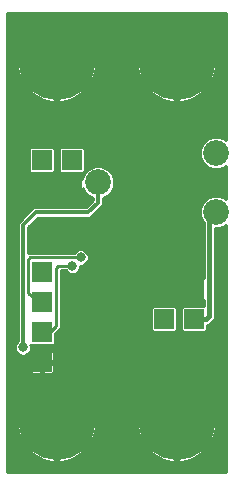
<source format=gbr>
G75*
G70*
%OFA0B0*%
%FSLAX24Y24*%
%IPPOS*%
%LPD*%
%AMOC8*
5,1,8,0,0,1.08239X$1,22.5*
%
%ADD10R,0.0650X0.0650*%
%ADD11C,0.2540*%
%ADD12C,0.0860*%
%ADD13C,0.0100*%
%ADD14C,0.0317*%
%ADD15C,0.0160*%
%ADD16C,0.0120*%
D10*
X001575Y008013D03*
X001575Y009013D03*
X001575Y010013D03*
X001575Y011013D03*
X001550Y013763D03*
X001550Y014763D03*
X001550Y015763D03*
X002550Y015763D03*
X002550Y014763D03*
X002550Y013763D03*
X005625Y010463D03*
X005625Y009463D03*
X005625Y008463D03*
X006625Y008463D03*
X006625Y009463D03*
X006625Y010463D03*
D11*
X006050Y006013D03*
X002050Y006013D03*
X002050Y018013D03*
X006050Y018013D03*
D12*
X007369Y014997D03*
X007369Y013029D03*
X003431Y014013D03*
D13*
X000400Y019663D02*
X000400Y004363D01*
X007700Y004363D01*
X007700Y012597D01*
X007674Y012571D01*
X007476Y012489D01*
X007327Y012489D01*
X007327Y009485D01*
X007215Y009374D01*
X007114Y009273D01*
X007060Y009273D01*
X007060Y009092D01*
X006996Y009028D01*
X006254Y009028D01*
X006190Y009092D01*
X006190Y009834D01*
X006254Y009898D01*
X006947Y009898D01*
X006947Y010088D01*
X006663Y010088D01*
X006663Y010425D01*
X006587Y010425D01*
X006587Y010088D01*
X006290Y010088D01*
X006272Y010096D01*
X006258Y010110D01*
X006250Y010128D01*
X006250Y010425D01*
X006587Y010425D01*
X006587Y010500D01*
X006250Y010500D01*
X006250Y010798D01*
X006258Y010816D01*
X006272Y010830D01*
X006290Y010838D01*
X006587Y010838D01*
X006587Y010500D01*
X006663Y010500D01*
X006663Y010838D01*
X006947Y010838D01*
X006947Y012687D01*
X006911Y012723D01*
X006829Y012921D01*
X006829Y013136D01*
X006911Y013335D01*
X007063Y013487D01*
X007261Y013569D01*
X007476Y013569D01*
X007674Y013487D01*
X007700Y013461D01*
X007700Y014565D01*
X007674Y014539D01*
X007476Y014457D01*
X007261Y014457D01*
X007063Y014539D01*
X006911Y014691D01*
X006829Y014890D01*
X006829Y015105D01*
X006911Y015303D01*
X007063Y015455D01*
X007261Y015537D01*
X007476Y015537D01*
X007674Y015455D01*
X007700Y015429D01*
X007700Y019663D01*
X000400Y019663D01*
X000400Y019576D02*
X007700Y019576D01*
X007700Y019478D02*
X000400Y019478D01*
X000400Y019379D02*
X007700Y019379D01*
X007700Y019281D02*
X006419Y019281D01*
X006371Y019295D02*
X006244Y019320D01*
X006115Y019333D01*
X006100Y019333D01*
X006100Y018063D01*
X006000Y018063D01*
X006000Y019333D01*
X005985Y019333D01*
X005856Y019320D01*
X005729Y019295D01*
X005605Y019257D01*
X005485Y019208D01*
X005371Y019147D01*
X005263Y019075D01*
X005162Y018992D01*
X005071Y018901D01*
X004988Y018800D01*
X004916Y018692D01*
X004855Y018578D01*
X004806Y018458D01*
X004768Y018334D01*
X004743Y018207D01*
X004730Y018078D01*
X004730Y018063D01*
X006000Y018063D01*
X006000Y017963D01*
X004730Y017963D01*
X004730Y017948D01*
X004743Y017819D01*
X004768Y017692D01*
X004806Y017568D01*
X004855Y017448D01*
X004916Y017334D01*
X004988Y017226D01*
X005071Y017125D01*
X005162Y017034D01*
X005263Y016951D01*
X005371Y016879D01*
X005485Y016818D01*
X005605Y016769D01*
X005729Y016731D01*
X005856Y016706D01*
X005985Y016693D01*
X006000Y016693D01*
X006000Y017963D01*
X006100Y017963D01*
X006100Y018063D01*
X007370Y018063D01*
X007370Y018078D01*
X007357Y018207D01*
X007332Y018334D01*
X007294Y018458D01*
X007245Y018578D01*
X007184Y018692D01*
X007112Y018800D01*
X007029Y018901D01*
X006938Y018992D01*
X006837Y019075D01*
X006729Y019147D01*
X006615Y019208D01*
X006495Y019257D01*
X006371Y019295D01*
X006100Y019281D02*
X006000Y019281D01*
X006000Y019182D02*
X006100Y019182D01*
X006100Y019084D02*
X006000Y019084D01*
X006000Y018985D02*
X006100Y018985D01*
X006100Y018887D02*
X006000Y018887D01*
X006000Y018788D02*
X006100Y018788D01*
X006100Y018690D02*
X006000Y018690D01*
X006000Y018591D02*
X006100Y018591D01*
X006100Y018493D02*
X006000Y018493D01*
X006000Y018394D02*
X006100Y018394D01*
X006100Y018296D02*
X006000Y018296D01*
X006000Y018197D02*
X006100Y018197D01*
X006100Y018099D02*
X006000Y018099D01*
X006000Y018000D02*
X002100Y018000D01*
X002100Y017963D02*
X002100Y018063D01*
X002000Y018063D01*
X002000Y019333D01*
X001985Y019333D01*
X001856Y019320D01*
X001729Y019295D01*
X001605Y019257D01*
X001485Y019208D01*
X001371Y019147D01*
X001263Y019075D01*
X001162Y018992D01*
X001071Y018901D01*
X000988Y018800D01*
X000916Y018692D01*
X000855Y018578D01*
X000806Y018458D01*
X000768Y018334D01*
X000743Y018207D01*
X000730Y018078D01*
X000730Y018063D01*
X002000Y018063D01*
X002000Y017963D01*
X000730Y017963D01*
X000730Y017948D01*
X000743Y017819D01*
X000768Y017692D01*
X000806Y017568D01*
X000855Y017448D01*
X000916Y017334D01*
X000988Y017226D01*
X001071Y017125D01*
X001162Y017034D01*
X001263Y016951D01*
X001371Y016879D01*
X001485Y016818D01*
X001605Y016769D01*
X001729Y016731D01*
X001856Y016706D01*
X001985Y016693D01*
X002000Y016693D01*
X002000Y017963D01*
X002100Y017963D01*
X003370Y017963D01*
X003370Y017948D01*
X003357Y017819D01*
X003332Y017692D01*
X003294Y017568D01*
X003245Y017448D01*
X003184Y017334D01*
X003112Y017226D01*
X003029Y017125D01*
X002938Y017034D01*
X002837Y016951D01*
X002729Y016879D01*
X002615Y016818D01*
X002495Y016769D01*
X002371Y016731D01*
X002244Y016706D01*
X002115Y016693D01*
X002100Y016693D01*
X002100Y017963D01*
X002100Y017902D02*
X002000Y017902D01*
X002000Y018000D02*
X000400Y018000D01*
X000400Y017902D02*
X000735Y017902D01*
X000746Y017803D02*
X000400Y017803D01*
X000400Y017705D02*
X000765Y017705D01*
X000794Y017606D02*
X000400Y017606D01*
X000400Y017508D02*
X000831Y017508D01*
X000876Y017409D02*
X000400Y017409D01*
X000400Y017311D02*
X000932Y017311D01*
X001000Y017212D02*
X000400Y017212D01*
X000400Y017114D02*
X001083Y017114D01*
X001185Y017015D02*
X000400Y017015D01*
X000400Y016917D02*
X001315Y016917D01*
X001486Y016818D02*
X000400Y016818D01*
X000400Y016720D02*
X001787Y016720D01*
X002000Y016720D02*
X002100Y016720D01*
X002100Y016818D02*
X002000Y016818D01*
X002000Y016917D02*
X002100Y016917D01*
X002100Y017015D02*
X002000Y017015D01*
X002000Y017114D02*
X002100Y017114D01*
X002100Y017212D02*
X002000Y017212D01*
X002000Y017311D02*
X002100Y017311D01*
X002100Y017409D02*
X002000Y017409D01*
X002000Y017508D02*
X002100Y017508D01*
X002100Y017606D02*
X002000Y017606D01*
X002000Y017705D02*
X002100Y017705D01*
X002100Y017803D02*
X002000Y017803D01*
X002100Y018063D02*
X003370Y018063D01*
X003370Y018078D01*
X003357Y018207D01*
X003332Y018334D01*
X003294Y018458D01*
X003245Y018578D01*
X003184Y018692D01*
X003112Y018800D01*
X003029Y018901D01*
X002938Y018992D01*
X002837Y019075D01*
X002729Y019147D01*
X002615Y019208D01*
X002495Y019257D01*
X002371Y019295D01*
X002244Y019320D01*
X002115Y019333D01*
X002100Y019333D01*
X002100Y018063D01*
X002100Y018099D02*
X002000Y018099D01*
X002000Y018197D02*
X002100Y018197D01*
X002100Y018296D02*
X002000Y018296D01*
X002000Y018394D02*
X002100Y018394D01*
X002100Y018493D02*
X002000Y018493D01*
X002000Y018591D02*
X002100Y018591D01*
X002100Y018690D02*
X002000Y018690D01*
X002000Y018788D02*
X002100Y018788D01*
X002100Y018887D02*
X002000Y018887D01*
X002000Y018985D02*
X002100Y018985D01*
X002100Y019084D02*
X002000Y019084D01*
X002000Y019182D02*
X002100Y019182D01*
X002100Y019281D02*
X002000Y019281D01*
X001681Y019281D02*
X000400Y019281D01*
X000400Y019182D02*
X001437Y019182D01*
X001276Y019084D02*
X000400Y019084D01*
X000400Y018985D02*
X001155Y018985D01*
X001059Y018887D02*
X000400Y018887D01*
X000400Y018788D02*
X000980Y018788D01*
X000915Y018690D02*
X000400Y018690D01*
X000400Y018591D02*
X000862Y018591D01*
X000820Y018493D02*
X000400Y018493D01*
X000400Y018394D02*
X000786Y018394D01*
X000760Y018296D02*
X000400Y018296D01*
X000400Y018197D02*
X000742Y018197D01*
X000732Y018099D02*
X000400Y018099D01*
X000400Y016621D02*
X007700Y016621D01*
X007700Y016523D02*
X000400Y016523D01*
X000400Y016424D02*
X007700Y016424D01*
X007700Y016326D02*
X000400Y016326D01*
X000400Y016227D02*
X007700Y016227D01*
X007700Y016129D02*
X002905Y016129D01*
X002903Y016130D02*
X002885Y016138D01*
X002588Y016138D01*
X002588Y015800D01*
X002925Y015800D01*
X002925Y016098D01*
X002917Y016116D01*
X002903Y016130D01*
X002925Y016030D02*
X007700Y016030D01*
X007700Y015932D02*
X002925Y015932D01*
X002925Y015833D02*
X007700Y015833D01*
X007700Y015735D02*
X002588Y015735D01*
X002588Y015725D02*
X002588Y015800D01*
X002512Y015800D01*
X002512Y015725D01*
X002588Y015725D01*
X002925Y015725D01*
X002925Y015428D01*
X002917Y015410D01*
X002903Y015396D01*
X002885Y015388D01*
X002588Y015388D01*
X002588Y015725D01*
X002512Y015725D02*
X002512Y015388D01*
X002215Y015388D01*
X002197Y015396D01*
X002183Y015410D01*
X002175Y015428D01*
X002175Y015725D01*
X002512Y015725D01*
X002512Y015735D02*
X001588Y015735D01*
X001588Y015725D02*
X001588Y015800D01*
X001925Y015800D01*
X001925Y016098D01*
X001917Y016116D01*
X001903Y016130D01*
X001885Y016138D01*
X001588Y016138D01*
X001588Y015800D01*
X001512Y015800D01*
X001512Y015725D01*
X001588Y015725D01*
X001925Y015725D01*
X001925Y015428D01*
X001917Y015410D01*
X001903Y015396D01*
X001885Y015388D01*
X001588Y015388D01*
X001588Y015725D01*
X001512Y015725D02*
X001512Y015388D01*
X001215Y015388D01*
X001197Y015396D01*
X001183Y015410D01*
X001175Y015428D01*
X001175Y015725D01*
X001512Y015725D01*
X001512Y015735D02*
X000400Y015735D01*
X000400Y015833D02*
X001175Y015833D01*
X001175Y015800D02*
X001175Y016098D01*
X001183Y016116D01*
X001197Y016130D01*
X001215Y016138D01*
X001512Y016138D01*
X001512Y015800D01*
X001175Y015800D01*
X001175Y015932D02*
X000400Y015932D01*
X000400Y016030D02*
X001175Y016030D01*
X001195Y016129D02*
X000400Y016129D01*
X000400Y015636D02*
X001175Y015636D01*
X001175Y015538D02*
X000400Y015538D01*
X000400Y015439D02*
X001175Y015439D01*
X001179Y015198D02*
X001115Y015134D01*
X001115Y014392D01*
X001179Y014328D01*
X001921Y014328D01*
X001985Y014392D01*
X001985Y015134D01*
X001921Y015198D01*
X001179Y015198D01*
X001125Y015144D02*
X000400Y015144D01*
X000400Y015242D02*
X006885Y015242D01*
X006845Y015144D02*
X002975Y015144D01*
X002985Y015134D02*
X002921Y015198D01*
X002179Y015198D01*
X002115Y015134D01*
X002115Y014392D01*
X002179Y014328D01*
X002921Y014328D01*
X002985Y014392D01*
X002985Y015134D01*
X002985Y015045D02*
X006829Y015045D01*
X006829Y014947D02*
X002985Y014947D01*
X002985Y014848D02*
X006846Y014848D01*
X006887Y014750D02*
X002985Y014750D01*
X002985Y014651D02*
X006951Y014651D01*
X007050Y014553D02*
X003540Y014553D01*
X003539Y014553D02*
X003324Y014553D01*
X003126Y014471D01*
X002974Y014319D01*
X002897Y014133D01*
X002885Y014138D01*
X002588Y014138D01*
X002588Y013800D01*
X002925Y013800D01*
X002925Y013825D01*
X002974Y013707D01*
X003126Y013555D01*
X003261Y013499D01*
X003261Y013415D01*
X003030Y013183D01*
X001280Y013183D01*
X000855Y012758D01*
X000755Y012658D01*
X000755Y008723D01*
X000697Y008665D01*
X000656Y008566D01*
X000656Y008460D01*
X000697Y008361D01*
X000773Y008285D01*
X000872Y008244D01*
X000978Y008244D01*
X001077Y008285D01*
X001153Y008361D01*
X001194Y008460D01*
X001194Y008566D01*
X001178Y008604D01*
X001204Y008578D01*
X001946Y008578D01*
X002010Y008642D01*
X002010Y008997D01*
X002185Y009172D01*
X002185Y011078D01*
X002355Y011078D01*
X002423Y011010D01*
X002522Y010969D01*
X002628Y010969D01*
X002727Y011010D01*
X002803Y011086D01*
X002844Y011185D01*
X002844Y011244D01*
X002903Y011244D01*
X003002Y011285D01*
X003078Y011361D01*
X003119Y011460D01*
X003119Y011566D01*
X003078Y011665D01*
X003002Y011741D01*
X002903Y011782D01*
X002797Y011782D01*
X002698Y011741D01*
X002630Y011673D01*
X001109Y011673D01*
X001095Y011659D01*
X001095Y012518D01*
X001420Y012843D01*
X003170Y012843D01*
X003270Y012943D01*
X003502Y013174D01*
X003601Y013274D01*
X003601Y013499D01*
X003737Y013555D01*
X003889Y013707D01*
X003971Y013906D01*
X003971Y014120D01*
X003889Y014319D01*
X003737Y014471D01*
X003539Y014553D01*
X003754Y014454D02*
X007700Y014454D01*
X007700Y014356D02*
X003853Y014356D01*
X003915Y014257D02*
X007700Y014257D01*
X007700Y014159D02*
X003956Y014159D01*
X003971Y014060D02*
X007700Y014060D01*
X007700Y013962D02*
X003971Y013962D01*
X003954Y013863D02*
X007700Y013863D01*
X007700Y013765D02*
X003913Y013765D01*
X003848Y013666D02*
X007700Y013666D01*
X007700Y013568D02*
X007479Y013568D01*
X007258Y013568D02*
X003750Y013568D01*
X003601Y013469D02*
X007045Y013469D01*
X006947Y013371D02*
X003601Y013371D01*
X003599Y013272D02*
X006885Y013272D01*
X006844Y013174D02*
X003501Y013174D01*
X003502Y013174D02*
X003502Y013174D01*
X003402Y013075D02*
X006829Y013075D01*
X006829Y012977D02*
X003304Y012977D01*
X003205Y012878D02*
X006846Y012878D01*
X006887Y012780D02*
X001357Y012780D01*
X001258Y012681D02*
X006947Y012681D01*
X006947Y012583D02*
X001160Y012583D01*
X001095Y012484D02*
X006947Y012484D01*
X006947Y012386D02*
X001095Y012386D01*
X001095Y012287D02*
X006947Y012287D01*
X006947Y012189D02*
X001095Y012189D01*
X001095Y012090D02*
X006947Y012090D01*
X006947Y011992D02*
X001095Y011992D01*
X001095Y011893D02*
X006947Y011893D01*
X006947Y011795D02*
X001095Y011795D01*
X001095Y011696D02*
X002653Y011696D01*
X002850Y011513D02*
X001175Y011513D01*
X001100Y011438D01*
X001100Y010338D01*
X001425Y010013D01*
X001575Y010013D01*
X002025Y009238D02*
X001825Y009038D01*
X001575Y009038D01*
X001194Y008544D02*
X005250Y008544D01*
X005250Y008500D02*
X005250Y008798D01*
X005258Y008816D01*
X005272Y008830D01*
X005290Y008838D01*
X005587Y008838D01*
X005587Y008500D01*
X005587Y008425D01*
X005663Y008425D01*
X005663Y008500D01*
X006000Y008500D01*
X006000Y008798D01*
X005992Y008816D01*
X005978Y008830D01*
X005960Y008838D01*
X005663Y008838D01*
X005663Y008500D01*
X005587Y008500D01*
X005250Y008500D01*
X005250Y008425D02*
X005250Y008128D01*
X005258Y008110D01*
X005272Y008096D01*
X005290Y008088D01*
X005587Y008088D01*
X005587Y008425D01*
X005250Y008425D01*
X005250Y008347D02*
X001950Y008347D01*
X001950Y008348D02*
X001942Y008366D01*
X001928Y008380D01*
X001910Y008388D01*
X001613Y008388D01*
X001613Y008050D01*
X001950Y008050D01*
X001950Y008348D01*
X001950Y008249D02*
X005250Y008249D01*
X005250Y008150D02*
X001950Y008150D01*
X001950Y008052D02*
X007700Y008052D01*
X007700Y008150D02*
X007000Y008150D01*
X007000Y008128D02*
X007000Y008425D01*
X006663Y008425D01*
X006663Y008500D01*
X007000Y008500D01*
X007000Y008798D01*
X006992Y008816D01*
X006978Y008830D01*
X006960Y008838D01*
X006663Y008838D01*
X006663Y008500D01*
X006587Y008500D01*
X006587Y008425D01*
X006663Y008425D01*
X006663Y008088D01*
X006960Y008088D01*
X006978Y008096D01*
X006992Y008110D01*
X007000Y008128D01*
X007000Y008249D02*
X007700Y008249D01*
X007700Y008347D02*
X007000Y008347D01*
X007000Y008544D02*
X007700Y008544D01*
X007700Y008446D02*
X006663Y008446D01*
X006587Y008446D02*
X005663Y008446D01*
X005663Y008425D02*
X006000Y008425D01*
X006000Y008128D01*
X005992Y008110D01*
X005978Y008096D01*
X005960Y008088D01*
X005663Y008088D01*
X005663Y008425D01*
X005663Y008347D02*
X005587Y008347D01*
X005587Y008249D02*
X005663Y008249D01*
X005663Y008150D02*
X005587Y008150D01*
X005587Y008446D02*
X001188Y008446D01*
X001222Y008380D02*
X001208Y008366D01*
X001200Y008348D01*
X001200Y008050D01*
X001537Y008050D01*
X001537Y007975D01*
X001613Y007975D01*
X001613Y008050D01*
X001537Y008050D01*
X001537Y008388D01*
X001240Y008388D01*
X001222Y008380D01*
X001200Y008347D02*
X001139Y008347D01*
X001200Y008249D02*
X000989Y008249D01*
X000861Y008249D02*
X000400Y008249D01*
X000400Y008347D02*
X000711Y008347D01*
X000662Y008446D02*
X000400Y008446D01*
X000400Y008544D02*
X000656Y008544D01*
X000688Y008643D02*
X000400Y008643D01*
X000400Y008741D02*
X000755Y008741D01*
X000755Y008840D02*
X000400Y008840D01*
X000400Y008938D02*
X000755Y008938D01*
X000755Y009037D02*
X000400Y009037D01*
X000400Y009135D02*
X000755Y009135D01*
X000755Y009234D02*
X000400Y009234D01*
X000400Y009332D02*
X000755Y009332D01*
X000755Y009431D02*
X000400Y009431D01*
X000400Y009529D02*
X000755Y009529D01*
X000755Y009628D02*
X000400Y009628D01*
X000400Y009726D02*
X000755Y009726D01*
X000755Y009825D02*
X000400Y009825D01*
X000400Y009923D02*
X000755Y009923D01*
X000755Y010022D02*
X000400Y010022D01*
X000400Y010120D02*
X000755Y010120D01*
X000755Y010219D02*
X000400Y010219D01*
X000400Y010317D02*
X000755Y010317D01*
X000755Y010416D02*
X000400Y010416D01*
X000400Y010514D02*
X000755Y010514D01*
X000755Y010613D02*
X000400Y010613D01*
X000400Y010711D02*
X000755Y010711D01*
X000755Y010810D02*
X000400Y010810D01*
X000400Y010908D02*
X000755Y010908D01*
X000755Y011007D02*
X000400Y011007D01*
X000400Y011105D02*
X000755Y011105D01*
X000755Y011204D02*
X000400Y011204D01*
X000400Y011302D02*
X000755Y011302D01*
X000755Y011401D02*
X000400Y011401D01*
X000400Y011499D02*
X000755Y011499D01*
X000755Y011598D02*
X000400Y011598D01*
X000400Y011696D02*
X000755Y011696D01*
X000755Y011795D02*
X000400Y011795D01*
X000400Y011893D02*
X000755Y011893D01*
X000755Y011992D02*
X000400Y011992D01*
X000400Y012090D02*
X000755Y012090D01*
X000755Y012189D02*
X000400Y012189D01*
X000400Y012287D02*
X000755Y012287D01*
X000755Y012386D02*
X000400Y012386D01*
X000400Y012484D02*
X000755Y012484D01*
X000755Y012583D02*
X000400Y012583D01*
X000400Y012681D02*
X000778Y012681D01*
X000876Y012780D02*
X000400Y012780D01*
X000400Y012878D02*
X000975Y012878D01*
X001073Y012977D02*
X000400Y012977D01*
X000400Y013075D02*
X001172Y013075D01*
X001270Y013174D02*
X000400Y013174D01*
X000400Y013272D02*
X003119Y013272D01*
X003217Y013371D02*
X000400Y013371D01*
X000400Y013469D02*
X001175Y013469D01*
X001175Y013428D02*
X001183Y013410D01*
X001197Y013396D01*
X001215Y013388D01*
X001512Y013388D01*
X001512Y013725D01*
X001588Y013725D01*
X001588Y013800D01*
X001925Y013800D01*
X001925Y014098D01*
X001917Y014116D01*
X001903Y014130D01*
X001885Y014138D01*
X001588Y014138D01*
X001588Y013800D01*
X001512Y013800D01*
X001512Y013725D01*
X001175Y013725D01*
X001175Y013428D01*
X001175Y013568D02*
X000400Y013568D01*
X000400Y013666D02*
X001175Y013666D01*
X001175Y013800D02*
X001175Y014098D01*
X001183Y014116D01*
X001197Y014130D01*
X001215Y014138D01*
X001512Y014138D01*
X001512Y013800D01*
X001175Y013800D01*
X001175Y013863D02*
X000400Y013863D01*
X000400Y013765D02*
X001512Y013765D01*
X001588Y013765D02*
X002512Y013765D01*
X002512Y013800D02*
X002512Y013725D01*
X002588Y013725D01*
X002588Y013800D01*
X002512Y013800D01*
X002175Y013800D01*
X002175Y014098D01*
X002183Y014116D01*
X002197Y014130D01*
X002215Y014138D01*
X002512Y014138D01*
X002512Y013800D01*
X002512Y013863D02*
X002588Y013863D01*
X002588Y013765D02*
X002950Y013765D01*
X002925Y013725D02*
X002588Y013725D01*
X002588Y013388D01*
X002885Y013388D01*
X002903Y013396D01*
X002917Y013410D01*
X002925Y013428D01*
X002925Y013725D01*
X002925Y013666D02*
X003015Y013666D01*
X002925Y013568D02*
X003113Y013568D01*
X003261Y013469D02*
X002925Y013469D01*
X002588Y013469D02*
X002512Y013469D01*
X002512Y013388D02*
X002512Y013725D01*
X002175Y013725D01*
X002175Y013428D01*
X002183Y013410D01*
X002197Y013396D01*
X002215Y013388D01*
X002512Y013388D01*
X002512Y013568D02*
X002588Y013568D01*
X002588Y013666D02*
X002512Y013666D01*
X002512Y013962D02*
X002588Y013962D01*
X002588Y014060D02*
X002512Y014060D01*
X002175Y014060D02*
X001925Y014060D01*
X001925Y013962D02*
X002175Y013962D01*
X002175Y013863D02*
X001925Y013863D01*
X001925Y013725D02*
X001588Y013725D01*
X001588Y013388D01*
X001885Y013388D01*
X001903Y013396D01*
X001917Y013410D01*
X001925Y013428D01*
X001925Y013725D01*
X001925Y013666D02*
X002175Y013666D01*
X002175Y013568D02*
X001925Y013568D01*
X001925Y013469D02*
X002175Y013469D01*
X001588Y013469D02*
X001512Y013469D01*
X001512Y013568D02*
X001588Y013568D01*
X001588Y013666D02*
X001512Y013666D01*
X001512Y013863D02*
X001588Y013863D01*
X001588Y013962D02*
X001512Y013962D01*
X001512Y014060D02*
X001588Y014060D01*
X001948Y014356D02*
X002152Y014356D01*
X002115Y014454D02*
X001985Y014454D01*
X001985Y014553D02*
X002115Y014553D01*
X002115Y014651D02*
X001985Y014651D01*
X001985Y014750D02*
X002115Y014750D01*
X002115Y014848D02*
X001985Y014848D01*
X001985Y014947D02*
X002115Y014947D01*
X002115Y015045D02*
X001985Y015045D01*
X001975Y015144D02*
X002125Y015144D01*
X002175Y015439D02*
X001925Y015439D01*
X001925Y015538D02*
X002175Y015538D01*
X002175Y015636D02*
X001925Y015636D01*
X001925Y015833D02*
X002175Y015833D01*
X002175Y015800D02*
X002175Y016098D01*
X002183Y016116D01*
X002197Y016130D01*
X002215Y016138D01*
X002512Y016138D01*
X002512Y015800D01*
X002175Y015800D01*
X002175Y015932D02*
X001925Y015932D01*
X001925Y016030D02*
X002175Y016030D01*
X002195Y016129D02*
X001905Y016129D01*
X001588Y016129D02*
X001512Y016129D01*
X001512Y016030D02*
X001588Y016030D01*
X001588Y015932D02*
X001512Y015932D01*
X001512Y015833D02*
X001588Y015833D01*
X001588Y015636D02*
X001512Y015636D01*
X001512Y015538D02*
X001588Y015538D01*
X001588Y015439D02*
X001512Y015439D01*
X001115Y015045D02*
X000400Y015045D01*
X000400Y014947D02*
X001115Y014947D01*
X001115Y014848D02*
X000400Y014848D01*
X000400Y014750D02*
X001115Y014750D01*
X001115Y014651D02*
X000400Y014651D01*
X000400Y014553D02*
X001115Y014553D01*
X001115Y014454D02*
X000400Y014454D01*
X000400Y014356D02*
X001152Y014356D01*
X001175Y014060D02*
X000400Y014060D01*
X000400Y013962D02*
X001175Y013962D01*
X000400Y014159D02*
X002907Y014159D01*
X002948Y014257D02*
X000400Y014257D01*
X000400Y015341D02*
X006948Y015341D01*
X007047Y015439D02*
X002925Y015439D01*
X002925Y015538D02*
X007700Y015538D01*
X007700Y015636D02*
X002925Y015636D01*
X002588Y015636D02*
X002512Y015636D01*
X002512Y015538D02*
X002588Y015538D01*
X002588Y015439D02*
X002512Y015439D01*
X002512Y015833D02*
X002588Y015833D01*
X002588Y015932D02*
X002512Y015932D01*
X002512Y016030D02*
X002588Y016030D01*
X002588Y016129D02*
X002512Y016129D01*
X002313Y016720D02*
X005787Y016720D01*
X006000Y016720D02*
X006100Y016720D01*
X006100Y016693D02*
X006115Y016693D01*
X006244Y016706D01*
X006371Y016731D01*
X006495Y016769D01*
X006615Y016818D01*
X006729Y016879D01*
X006837Y016951D01*
X006938Y017034D01*
X007029Y017125D01*
X007112Y017226D01*
X007184Y017334D01*
X007245Y017448D01*
X007294Y017568D01*
X007332Y017692D01*
X007357Y017819D01*
X007370Y017948D01*
X007370Y017963D01*
X006100Y017963D01*
X006100Y016693D01*
X006100Y016818D02*
X006000Y016818D01*
X006000Y016917D02*
X006100Y016917D01*
X006100Y017015D02*
X006000Y017015D01*
X006000Y017114D02*
X006100Y017114D01*
X006100Y017212D02*
X006000Y017212D01*
X006000Y017311D02*
X006100Y017311D01*
X006100Y017409D02*
X006000Y017409D01*
X006000Y017508D02*
X006100Y017508D01*
X006100Y017606D02*
X006000Y017606D01*
X006000Y017705D02*
X006100Y017705D01*
X006100Y017803D02*
X006000Y017803D01*
X006000Y017902D02*
X006100Y017902D01*
X006100Y018000D02*
X007700Y018000D01*
X007700Y017902D02*
X007365Y017902D01*
X007354Y017803D02*
X007700Y017803D01*
X007700Y017705D02*
X007335Y017705D01*
X007306Y017606D02*
X007700Y017606D01*
X007700Y017508D02*
X007269Y017508D01*
X007224Y017409D02*
X007700Y017409D01*
X007700Y017311D02*
X007168Y017311D01*
X007100Y017212D02*
X007700Y017212D01*
X007700Y017114D02*
X007017Y017114D01*
X006915Y017015D02*
X007700Y017015D01*
X007700Y016917D02*
X006785Y016917D01*
X006614Y016818D02*
X007700Y016818D01*
X007700Y016720D02*
X006313Y016720D01*
X005486Y016818D02*
X002614Y016818D01*
X002785Y016917D02*
X005315Y016917D01*
X005185Y017015D02*
X002915Y017015D01*
X003017Y017114D02*
X005083Y017114D01*
X005000Y017212D02*
X003100Y017212D01*
X003168Y017311D02*
X004932Y017311D01*
X004876Y017409D02*
X003224Y017409D01*
X003269Y017508D02*
X004831Y017508D01*
X004794Y017606D02*
X003306Y017606D01*
X003335Y017705D02*
X004765Y017705D01*
X004746Y017803D02*
X003354Y017803D01*
X003365Y017902D02*
X004735Y017902D01*
X004732Y018099D02*
X003368Y018099D01*
X003358Y018197D02*
X004742Y018197D01*
X004760Y018296D02*
X003340Y018296D01*
X003314Y018394D02*
X004786Y018394D01*
X004820Y018493D02*
X003280Y018493D01*
X003238Y018591D02*
X004862Y018591D01*
X004915Y018690D02*
X003185Y018690D01*
X003120Y018788D02*
X004980Y018788D01*
X005059Y018887D02*
X003041Y018887D01*
X002945Y018985D02*
X005155Y018985D01*
X005276Y019084D02*
X002824Y019084D01*
X002663Y019182D02*
X005437Y019182D01*
X005681Y019281D02*
X002419Y019281D01*
X002985Y014553D02*
X003323Y014553D01*
X003109Y014454D02*
X002985Y014454D01*
X003010Y014356D02*
X002948Y014356D01*
X003047Y011696D02*
X006947Y011696D01*
X006947Y011598D02*
X003106Y011598D01*
X003119Y011499D02*
X006947Y011499D01*
X006947Y011401D02*
X003094Y011401D01*
X003019Y011302D02*
X006947Y011302D01*
X006947Y011204D02*
X002844Y011204D01*
X002811Y011105D02*
X006947Y011105D01*
X006947Y011007D02*
X002718Y011007D01*
X002575Y011238D02*
X002100Y011238D01*
X002025Y011163D01*
X002025Y009238D01*
X002185Y009234D02*
X005190Y009234D01*
X005190Y009332D02*
X002185Y009332D01*
X002185Y009431D02*
X005190Y009431D01*
X005190Y009529D02*
X002185Y009529D01*
X002185Y009628D02*
X005190Y009628D01*
X005190Y009726D02*
X002185Y009726D01*
X002185Y009825D02*
X005190Y009825D01*
X005190Y009834D02*
X005190Y009092D01*
X005254Y009028D01*
X005996Y009028D01*
X006060Y009092D01*
X006060Y009834D01*
X005996Y009898D01*
X005254Y009898D01*
X005190Y009834D01*
X005290Y010088D02*
X005587Y010088D01*
X005587Y010425D01*
X005663Y010425D01*
X005663Y010500D01*
X006000Y010500D01*
X006000Y010798D01*
X005992Y010816D01*
X005978Y010830D01*
X005960Y010838D01*
X005663Y010838D01*
X005663Y010500D01*
X005587Y010500D01*
X005587Y010425D01*
X005250Y010425D01*
X005250Y010128D01*
X005258Y010110D01*
X005272Y010096D01*
X005290Y010088D01*
X005253Y010120D02*
X002185Y010120D01*
X002185Y010022D02*
X006947Y010022D01*
X006947Y009923D02*
X002185Y009923D01*
X002185Y010219D02*
X005250Y010219D01*
X005250Y010317D02*
X002185Y010317D01*
X002185Y010416D02*
X005250Y010416D01*
X005250Y010500D02*
X005250Y010798D01*
X005258Y010816D01*
X005272Y010830D01*
X005290Y010838D01*
X005587Y010838D01*
X005587Y010500D01*
X005250Y010500D01*
X005250Y010514D02*
X002185Y010514D01*
X002185Y010613D02*
X005250Y010613D01*
X005250Y010711D02*
X002185Y010711D01*
X002185Y010810D02*
X005255Y010810D01*
X005587Y010810D02*
X005663Y010810D01*
X005663Y010711D02*
X005587Y010711D01*
X005587Y010613D02*
X005663Y010613D01*
X005663Y010514D02*
X005587Y010514D01*
X005587Y010416D02*
X005663Y010416D01*
X005663Y010425D02*
X005663Y010088D01*
X005960Y010088D01*
X005978Y010096D01*
X005992Y010110D01*
X006000Y010128D01*
X006000Y010425D01*
X005663Y010425D01*
X005663Y010317D02*
X005587Y010317D01*
X005587Y010219D02*
X005663Y010219D01*
X005663Y010120D02*
X005587Y010120D01*
X005997Y010120D02*
X006253Y010120D01*
X006250Y010219D02*
X006000Y010219D01*
X006000Y010317D02*
X006250Y010317D01*
X006250Y010416D02*
X006000Y010416D01*
X006000Y010514D02*
X006250Y010514D01*
X006250Y010613D02*
X006000Y010613D01*
X006000Y010711D02*
X006250Y010711D01*
X006255Y010810D02*
X005995Y010810D01*
X006060Y009825D02*
X006190Y009825D01*
X006190Y009726D02*
X006060Y009726D01*
X006060Y009628D02*
X006190Y009628D01*
X006190Y009529D02*
X006060Y009529D01*
X006060Y009431D02*
X006190Y009431D01*
X006190Y009332D02*
X006060Y009332D01*
X006060Y009234D02*
X006190Y009234D01*
X006190Y009135D02*
X006060Y009135D01*
X006004Y009037D02*
X006246Y009037D01*
X006290Y008838D02*
X006272Y008830D01*
X006258Y008816D01*
X006250Y008798D01*
X006250Y008500D01*
X006587Y008500D01*
X006587Y008838D01*
X006290Y008838D01*
X006250Y008741D02*
X006000Y008741D01*
X006000Y008643D02*
X006250Y008643D01*
X006250Y008544D02*
X006000Y008544D01*
X006000Y008347D02*
X006250Y008347D01*
X006250Y008425D02*
X006250Y008128D01*
X006258Y008110D01*
X006272Y008096D01*
X006290Y008088D01*
X006587Y008088D01*
X006587Y008425D01*
X006250Y008425D01*
X006250Y008249D02*
X006000Y008249D01*
X006000Y008150D02*
X006250Y008150D01*
X006587Y008150D02*
X006663Y008150D01*
X006663Y008249D02*
X006587Y008249D01*
X006587Y008347D02*
X006663Y008347D01*
X006663Y008544D02*
X006587Y008544D01*
X006587Y008643D02*
X006663Y008643D01*
X006663Y008741D02*
X006587Y008741D01*
X007000Y008741D02*
X007700Y008741D01*
X007700Y008643D02*
X007000Y008643D01*
X007004Y009037D02*
X007700Y009037D01*
X007700Y009135D02*
X007060Y009135D01*
X007060Y009234D02*
X007700Y009234D01*
X007700Y009332D02*
X007173Y009332D01*
X007272Y009431D02*
X007700Y009431D01*
X007700Y009529D02*
X007327Y009529D01*
X007327Y009628D02*
X007700Y009628D01*
X007700Y009726D02*
X007327Y009726D01*
X007327Y009825D02*
X007700Y009825D01*
X007700Y009923D02*
X007327Y009923D01*
X007327Y010022D02*
X007700Y010022D01*
X007700Y010120D02*
X007327Y010120D01*
X007327Y010219D02*
X007700Y010219D01*
X007700Y010317D02*
X007327Y010317D01*
X007327Y010416D02*
X007700Y010416D01*
X007700Y010514D02*
X007327Y010514D01*
X007327Y010613D02*
X007700Y010613D01*
X007700Y010711D02*
X007327Y010711D01*
X007327Y010810D02*
X007700Y010810D01*
X007700Y010908D02*
X007327Y010908D01*
X007327Y011007D02*
X007700Y011007D01*
X007700Y011105D02*
X007327Y011105D01*
X007327Y011204D02*
X007700Y011204D01*
X007700Y011302D02*
X007327Y011302D01*
X007327Y011401D02*
X007700Y011401D01*
X007700Y011499D02*
X007327Y011499D01*
X007327Y011598D02*
X007700Y011598D01*
X007700Y011696D02*
X007327Y011696D01*
X007327Y011795D02*
X007700Y011795D01*
X007700Y011893D02*
X007327Y011893D01*
X007327Y011992D02*
X007700Y011992D01*
X007700Y012090D02*
X007327Y012090D01*
X007327Y012189D02*
X007700Y012189D01*
X007700Y012287D02*
X007327Y012287D01*
X007327Y012386D02*
X007700Y012386D01*
X007700Y012484D02*
X007327Y012484D01*
X007686Y012583D02*
X007700Y012583D01*
X007692Y013469D02*
X007700Y013469D01*
X007687Y014553D02*
X007700Y014553D01*
X007690Y015439D02*
X007700Y015439D01*
X007700Y018099D02*
X007368Y018099D01*
X007358Y018197D02*
X007700Y018197D01*
X007700Y018296D02*
X007340Y018296D01*
X007314Y018394D02*
X007700Y018394D01*
X007700Y018493D02*
X007280Y018493D01*
X007238Y018591D02*
X007700Y018591D01*
X007700Y018690D02*
X007185Y018690D01*
X007120Y018788D02*
X007700Y018788D01*
X007700Y018887D02*
X007041Y018887D01*
X006945Y018985D02*
X007700Y018985D01*
X007700Y019084D02*
X006824Y019084D01*
X006663Y019182D02*
X007700Y019182D01*
X006947Y010908D02*
X002185Y010908D01*
X002185Y011007D02*
X002432Y011007D01*
X002148Y009135D02*
X005190Y009135D01*
X005246Y009037D02*
X002050Y009037D01*
X002010Y008938D02*
X007700Y008938D01*
X007700Y008840D02*
X002010Y008840D01*
X002010Y008741D02*
X005250Y008741D01*
X005250Y008643D02*
X002010Y008643D01*
X001613Y008347D02*
X001537Y008347D01*
X001537Y008249D02*
X001613Y008249D01*
X001613Y008150D02*
X001537Y008150D01*
X001537Y008052D02*
X001613Y008052D01*
X001613Y007975D02*
X001950Y007975D01*
X001950Y007678D01*
X001942Y007660D01*
X001928Y007646D01*
X001910Y007638D01*
X001613Y007638D01*
X001613Y007975D01*
X001613Y007953D02*
X001537Y007953D01*
X001537Y007975D02*
X001537Y007638D01*
X001240Y007638D01*
X001222Y007646D01*
X001208Y007660D01*
X001200Y007678D01*
X001200Y007975D01*
X001537Y007975D01*
X001537Y007855D02*
X001613Y007855D01*
X001613Y007756D02*
X001537Y007756D01*
X001537Y007658D02*
X001613Y007658D01*
X001940Y007658D02*
X007700Y007658D01*
X007700Y007756D02*
X001950Y007756D01*
X001950Y007855D02*
X007700Y007855D01*
X007700Y007953D02*
X001950Y007953D01*
X001985Y007333D02*
X001856Y007320D01*
X001729Y007295D01*
X001605Y007257D01*
X001485Y007208D01*
X001371Y007147D01*
X001263Y007075D01*
X001162Y006992D01*
X001071Y006901D01*
X000988Y006800D01*
X000916Y006692D01*
X000855Y006578D01*
X000806Y006458D01*
X000768Y006334D01*
X000743Y006207D01*
X000730Y006078D01*
X000730Y006063D01*
X002000Y006063D01*
X002000Y007333D01*
X001985Y007333D01*
X002000Y007264D02*
X002100Y007264D01*
X002100Y007333D02*
X002115Y007333D01*
X002244Y007320D01*
X002371Y007295D01*
X002495Y007257D01*
X002615Y007208D01*
X002729Y007147D01*
X002837Y007075D01*
X002938Y006992D01*
X003029Y006901D01*
X003112Y006800D01*
X003184Y006692D01*
X003245Y006578D01*
X003294Y006458D01*
X003332Y006334D01*
X003357Y006207D01*
X003370Y006078D01*
X003370Y006063D01*
X002100Y006063D01*
X002000Y006063D01*
X002000Y005963D01*
X000730Y005963D01*
X000730Y005948D01*
X000743Y005819D01*
X000768Y005692D01*
X000806Y005568D01*
X000855Y005448D01*
X000916Y005334D01*
X000988Y005226D01*
X001071Y005125D01*
X001162Y005034D01*
X001263Y004951D01*
X001371Y004879D01*
X001485Y004818D01*
X001605Y004769D01*
X001729Y004731D01*
X001856Y004706D01*
X001985Y004693D01*
X002000Y004693D01*
X002000Y005963D01*
X002100Y005963D01*
X002100Y006063D01*
X002100Y007333D01*
X002100Y007165D02*
X002000Y007165D01*
X002000Y007066D02*
X002100Y007066D01*
X002100Y006968D02*
X002000Y006968D01*
X002000Y006869D02*
X002100Y006869D01*
X002100Y006771D02*
X002000Y006771D01*
X002000Y006672D02*
X002100Y006672D01*
X002100Y006574D02*
X002000Y006574D01*
X002000Y006475D02*
X002100Y006475D01*
X002100Y006377D02*
X002000Y006377D01*
X002000Y006278D02*
X002100Y006278D01*
X002100Y006180D02*
X002000Y006180D01*
X002000Y006081D02*
X002100Y006081D01*
X002100Y005983D02*
X006000Y005983D01*
X006000Y005963D02*
X004730Y005963D01*
X004730Y005948D01*
X004743Y005819D01*
X004768Y005692D01*
X004806Y005568D01*
X004855Y005448D01*
X004916Y005334D01*
X004988Y005226D01*
X005071Y005125D01*
X005162Y005034D01*
X005263Y004951D01*
X005371Y004879D01*
X005485Y004818D01*
X005605Y004769D01*
X005729Y004731D01*
X005856Y004706D01*
X005985Y004693D01*
X006000Y004693D01*
X006000Y005963D01*
X006000Y006063D01*
X006000Y007333D01*
X005985Y007333D01*
X005856Y007320D01*
X005729Y007295D01*
X005605Y007257D01*
X005485Y007208D01*
X005371Y007147D01*
X005263Y007075D01*
X005162Y006992D01*
X005071Y006901D01*
X004988Y006800D01*
X004916Y006692D01*
X004855Y006578D01*
X004806Y006458D01*
X004768Y006334D01*
X004743Y006207D01*
X004730Y006078D01*
X004730Y006063D01*
X006000Y006063D01*
X006100Y006063D01*
X006100Y007333D01*
X006115Y007333D01*
X006244Y007320D01*
X006371Y007295D01*
X006495Y007257D01*
X006615Y007208D01*
X006729Y007147D01*
X006837Y007075D01*
X006938Y006992D01*
X007029Y006901D01*
X007112Y006800D01*
X007184Y006692D01*
X007245Y006578D01*
X007294Y006458D01*
X007332Y006334D01*
X007357Y006207D01*
X007370Y006078D01*
X007370Y006063D01*
X006100Y006063D01*
X006100Y005963D01*
X007370Y005963D01*
X007370Y005948D01*
X007357Y005819D01*
X007332Y005692D01*
X007294Y005568D01*
X007245Y005448D01*
X007184Y005334D01*
X007112Y005226D01*
X007029Y005125D01*
X006938Y005034D01*
X006837Y004951D01*
X006729Y004879D01*
X006615Y004818D01*
X006495Y004769D01*
X006371Y004731D01*
X006244Y004706D01*
X006115Y004693D01*
X006100Y004693D01*
X006100Y005963D01*
X006000Y005963D01*
X006000Y005884D02*
X006100Y005884D01*
X006100Y005786D02*
X006000Y005786D01*
X006000Y005687D02*
X006100Y005687D01*
X006100Y005589D02*
X006000Y005589D01*
X006000Y005490D02*
X006100Y005490D01*
X006100Y005392D02*
X006000Y005392D01*
X006000Y005293D02*
X006100Y005293D01*
X006100Y005195D02*
X006000Y005195D01*
X006000Y005096D02*
X006100Y005096D01*
X006100Y004998D02*
X006000Y004998D01*
X006000Y004899D02*
X006100Y004899D01*
X006100Y004801D02*
X006000Y004801D01*
X006000Y004702D02*
X006100Y004702D01*
X006211Y004702D02*
X007700Y004702D01*
X007700Y004604D02*
X000400Y004604D01*
X000400Y004702D02*
X001889Y004702D01*
X002000Y004702D02*
X002100Y004702D01*
X002100Y004693D02*
X002115Y004693D01*
X002244Y004706D01*
X002371Y004731D01*
X002495Y004769D01*
X002615Y004818D01*
X002729Y004879D01*
X002837Y004951D01*
X002938Y005034D01*
X003029Y005125D01*
X003112Y005226D01*
X003184Y005334D01*
X003245Y005448D01*
X003294Y005568D01*
X003332Y005692D01*
X003357Y005819D01*
X003370Y005948D01*
X003370Y005963D01*
X002100Y005963D01*
X002100Y004693D01*
X002100Y004801D02*
X002000Y004801D01*
X002000Y004899D02*
X002100Y004899D01*
X002100Y004998D02*
X002000Y004998D01*
X002000Y005096D02*
X002100Y005096D01*
X002100Y005195D02*
X002000Y005195D01*
X002000Y005293D02*
X002100Y005293D01*
X002100Y005392D02*
X002000Y005392D01*
X002000Y005490D02*
X002100Y005490D01*
X002100Y005589D02*
X002000Y005589D01*
X002000Y005687D02*
X002100Y005687D01*
X002100Y005786D02*
X002000Y005786D01*
X002000Y005884D02*
X002100Y005884D01*
X002000Y005983D02*
X000400Y005983D01*
X000400Y006081D02*
X000730Y006081D01*
X000740Y006180D02*
X000400Y006180D01*
X000400Y006278D02*
X000757Y006278D01*
X000781Y006377D02*
X000400Y006377D01*
X000400Y006475D02*
X000813Y006475D01*
X000854Y006574D02*
X000400Y006574D01*
X000400Y006672D02*
X000906Y006672D01*
X000969Y006771D02*
X000400Y006771D01*
X000400Y006869D02*
X001045Y006869D01*
X001138Y006968D02*
X000400Y006968D01*
X000400Y007066D02*
X001253Y007066D01*
X001405Y007165D02*
X000400Y007165D01*
X000400Y007264D02*
X001625Y007264D01*
X001210Y007658D02*
X000400Y007658D01*
X000400Y007756D02*
X001200Y007756D01*
X001200Y007855D02*
X000400Y007855D01*
X000400Y007953D02*
X001200Y007953D01*
X001200Y008052D02*
X000400Y008052D01*
X000400Y008150D02*
X001200Y008150D01*
X000400Y007559D02*
X007700Y007559D01*
X007700Y007461D02*
X000400Y007461D01*
X000400Y007362D02*
X007700Y007362D01*
X007700Y007264D02*
X006475Y007264D01*
X006695Y007165D02*
X007700Y007165D01*
X007700Y007066D02*
X006847Y007066D01*
X006962Y006968D02*
X007700Y006968D01*
X007700Y006869D02*
X007055Y006869D01*
X007131Y006771D02*
X007700Y006771D01*
X007700Y006672D02*
X007194Y006672D01*
X007246Y006574D02*
X007700Y006574D01*
X007700Y006475D02*
X007287Y006475D01*
X007319Y006377D02*
X007700Y006377D01*
X007700Y006278D02*
X007343Y006278D01*
X007360Y006180D02*
X007700Y006180D01*
X007700Y006081D02*
X007370Y006081D01*
X007364Y005884D02*
X007700Y005884D01*
X007700Y005786D02*
X007351Y005786D01*
X007331Y005687D02*
X007700Y005687D01*
X007700Y005589D02*
X007301Y005589D01*
X007262Y005490D02*
X007700Y005490D01*
X007700Y005392D02*
X007215Y005392D01*
X007157Y005293D02*
X007700Y005293D01*
X007700Y005195D02*
X007086Y005195D01*
X007000Y005096D02*
X007700Y005096D01*
X007700Y004998D02*
X006894Y004998D01*
X006759Y004899D02*
X007700Y004899D01*
X007700Y004801D02*
X006573Y004801D01*
X005889Y004702D02*
X002211Y004702D01*
X002573Y004801D02*
X005527Y004801D01*
X005341Y004899D02*
X002759Y004899D01*
X002894Y004998D02*
X005206Y004998D01*
X005100Y005096D02*
X003000Y005096D01*
X003086Y005195D02*
X005014Y005195D01*
X004943Y005293D02*
X003157Y005293D01*
X003215Y005392D02*
X004885Y005392D01*
X004838Y005490D02*
X003262Y005490D01*
X003301Y005589D02*
X004799Y005589D01*
X004769Y005687D02*
X003331Y005687D01*
X003351Y005786D02*
X004749Y005786D01*
X004736Y005884D02*
X003364Y005884D01*
X003370Y006081D02*
X004730Y006081D01*
X004740Y006180D02*
X003360Y006180D01*
X003343Y006278D02*
X004757Y006278D01*
X004781Y006377D02*
X003319Y006377D01*
X003287Y006475D02*
X004813Y006475D01*
X004854Y006574D02*
X003246Y006574D01*
X003194Y006672D02*
X004906Y006672D01*
X004969Y006771D02*
X003131Y006771D01*
X003055Y006869D02*
X005045Y006869D01*
X005138Y006968D02*
X002962Y006968D01*
X002847Y007066D02*
X005253Y007066D01*
X005405Y007165D02*
X002695Y007165D01*
X002475Y007264D02*
X005625Y007264D01*
X006000Y007264D02*
X006100Y007264D01*
X006100Y007165D02*
X006000Y007165D01*
X006000Y007066D02*
X006100Y007066D01*
X006100Y006968D02*
X006000Y006968D01*
X006000Y006869D02*
X006100Y006869D01*
X006100Y006771D02*
X006000Y006771D01*
X006000Y006672D02*
X006100Y006672D01*
X006100Y006574D02*
X006000Y006574D01*
X006000Y006475D02*
X006100Y006475D01*
X006100Y006377D02*
X006000Y006377D01*
X006000Y006278D02*
X006100Y006278D01*
X006100Y006180D02*
X006000Y006180D01*
X006000Y006081D02*
X006100Y006081D01*
X006100Y005983D02*
X007700Y005983D01*
X007700Y004505D02*
X000400Y004505D01*
X000400Y004407D02*
X007700Y004407D01*
X005663Y008544D02*
X005587Y008544D01*
X005587Y008643D02*
X005663Y008643D01*
X005663Y008741D02*
X005587Y008741D01*
X006587Y010120D02*
X006663Y010120D01*
X006663Y010219D02*
X006587Y010219D01*
X006587Y010317D02*
X006663Y010317D01*
X006663Y010416D02*
X006587Y010416D01*
X006587Y010514D02*
X006663Y010514D01*
X006663Y010613D02*
X006587Y010613D01*
X006587Y010711D02*
X006663Y010711D01*
X006663Y010810D02*
X006587Y010810D01*
X001527Y004801D02*
X000400Y004801D01*
X000400Y004899D02*
X001341Y004899D01*
X001206Y004998D02*
X000400Y004998D01*
X000400Y005096D02*
X001100Y005096D01*
X001014Y005195D02*
X000400Y005195D01*
X000400Y005293D02*
X000943Y005293D01*
X000885Y005392D02*
X000400Y005392D01*
X000400Y005490D02*
X000838Y005490D01*
X000799Y005589D02*
X000400Y005589D01*
X000400Y005687D02*
X000769Y005687D01*
X000749Y005786D02*
X000400Y005786D01*
X000400Y005884D02*
X000736Y005884D01*
D14*
X000576Y006091D03*
X000576Y005619D03*
X000576Y005146D03*
X000576Y004674D03*
X000930Y004674D03*
X001402Y004674D03*
X000576Y006564D03*
X000576Y007036D03*
X000576Y007508D03*
X000576Y007981D03*
X000925Y008513D03*
X000576Y009044D03*
X000576Y009516D03*
X000576Y009989D03*
X000576Y010461D03*
X000576Y010934D03*
X000576Y011406D03*
X000576Y011879D03*
X000576Y012351D03*
X000576Y012823D03*
X000576Y013296D03*
X000576Y013768D03*
X000576Y014241D03*
X000576Y015304D03*
X000576Y015776D03*
X000576Y016249D03*
X000576Y016721D03*
X000576Y017194D03*
X000576Y017666D03*
X000576Y018138D03*
X000576Y018611D03*
X000576Y019083D03*
X000812Y019438D03*
X001284Y019438D03*
X001757Y019438D03*
X002229Y019438D03*
X002702Y019438D03*
X003174Y019438D03*
X003646Y019438D03*
X004119Y019438D03*
X004591Y019438D03*
X005064Y019438D03*
X005536Y019438D03*
X006009Y019438D03*
X006481Y019438D03*
X006954Y019438D03*
X007426Y019438D03*
X007544Y019083D03*
X007544Y018611D03*
X007544Y018138D03*
X007544Y017666D03*
X007544Y017194D03*
X007544Y016721D03*
X007544Y016249D03*
X006363Y012823D03*
X006363Y012469D03*
X006363Y012115D03*
X006363Y011760D03*
X006245Y011288D03*
X005772Y011288D03*
X005300Y011288D03*
X005064Y011879D03*
X004709Y011879D03*
X003765Y013178D03*
X004001Y013532D03*
X003100Y012588D03*
X002750Y012588D03*
X002425Y012588D03*
X002850Y011513D03*
X002575Y011238D03*
X002725Y010863D03*
X002325Y010938D03*
X003528Y008453D03*
X003883Y008453D03*
X004237Y008453D03*
X004591Y008335D03*
X004946Y008335D03*
X004828Y004674D03*
X005300Y004674D03*
X004355Y004674D03*
X003292Y004674D03*
X002820Y004674D03*
X007072Y004674D03*
X007544Y004674D03*
X007544Y005146D03*
X007544Y005619D03*
X007544Y006091D03*
X007544Y006564D03*
X007544Y007036D03*
X007544Y007508D03*
X007544Y007981D03*
X007544Y008453D03*
X007544Y008926D03*
X007544Y009398D03*
X007544Y009871D03*
X007544Y010343D03*
X007544Y010816D03*
X007544Y011288D03*
X007544Y011760D03*
X007544Y012233D03*
D15*
X007137Y012797D02*
X007369Y013029D01*
X007137Y012797D02*
X007137Y009564D01*
X007035Y009463D01*
X006625Y009463D01*
D16*
X003100Y013013D02*
X003431Y013344D01*
X003431Y014013D01*
X003100Y013013D02*
X001350Y013013D01*
X000925Y012588D01*
X000925Y008513D01*
M02*

</source>
